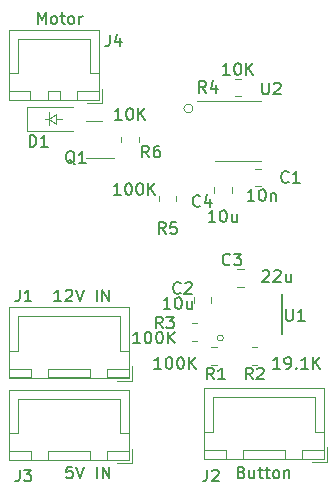
<source format=gbr>
%TF.GenerationSoftware,KiCad,Pcbnew,(6.0.6)*%
%TF.CreationDate,2023-03-16T19:41:57-05:00*%
%TF.ProjectId,Magic_Wand_Timer,4d616769-635f-4576-916e-645f54696d65,rev?*%
%TF.SameCoordinates,Original*%
%TF.FileFunction,Legend,Top*%
%TF.FilePolarity,Positive*%
%FSLAX46Y46*%
G04 Gerber Fmt 4.6, Leading zero omitted, Abs format (unit mm)*
G04 Created by KiCad (PCBNEW (6.0.6)) date 2023-03-16 19:41:57*
%MOMM*%
%LPD*%
G01*
G04 APERTURE LIST*
%ADD10C,0.150000*%
%ADD11C,0.120000*%
%ADD12C,0.100000*%
%ADD13C,0.152400*%
G04 APERTURE END LIST*
D10*
X158432666Y-124293380D02*
X157956476Y-124293380D01*
X157908857Y-124769571D01*
X157956476Y-124721952D01*
X158051714Y-124674333D01*
X158289809Y-124674333D01*
X158385047Y-124721952D01*
X158432666Y-124769571D01*
X158480285Y-124864809D01*
X158480285Y-125102904D01*
X158432666Y-125198142D01*
X158385047Y-125245761D01*
X158289809Y-125293380D01*
X158051714Y-125293380D01*
X157956476Y-125245761D01*
X157908857Y-125198142D01*
X158766000Y-124293380D02*
X159099333Y-125293380D01*
X159432666Y-124293380D01*
X160527904Y-125293380D02*
X160527904Y-124293380D01*
X161004095Y-125293380D02*
X161004095Y-124293380D01*
X161575523Y-125293380D01*
X161575523Y-124293380D01*
X166743142Y-110942380D02*
X166171714Y-110942380D01*
X166457428Y-110942380D02*
X166457428Y-109942380D01*
X166362190Y-110085238D01*
X166266952Y-110180476D01*
X166171714Y-110228095D01*
X167362190Y-109942380D02*
X167457428Y-109942380D01*
X167552666Y-109990000D01*
X167600285Y-110037619D01*
X167647904Y-110132857D01*
X167695523Y-110323333D01*
X167695523Y-110561428D01*
X167647904Y-110751904D01*
X167600285Y-110847142D01*
X167552666Y-110894761D01*
X167457428Y-110942380D01*
X167362190Y-110942380D01*
X167266952Y-110894761D01*
X167219333Y-110847142D01*
X167171714Y-110751904D01*
X167124095Y-110561428D01*
X167124095Y-110323333D01*
X167171714Y-110132857D01*
X167219333Y-110037619D01*
X167266952Y-109990000D01*
X167362190Y-109942380D01*
X168552666Y-110275714D02*
X168552666Y-110942380D01*
X168124095Y-110275714D02*
X168124095Y-110799523D01*
X168171714Y-110894761D01*
X168266952Y-110942380D01*
X168409809Y-110942380D01*
X168505047Y-110894761D01*
X168552666Y-110847142D01*
X155519666Y-86812380D02*
X155519666Y-85812380D01*
X155853000Y-86526666D01*
X156186333Y-85812380D01*
X156186333Y-86812380D01*
X156805380Y-86812380D02*
X156710142Y-86764761D01*
X156662523Y-86717142D01*
X156614904Y-86621904D01*
X156614904Y-86336190D01*
X156662523Y-86240952D01*
X156710142Y-86193333D01*
X156805380Y-86145714D01*
X156948238Y-86145714D01*
X157043476Y-86193333D01*
X157091095Y-86240952D01*
X157138714Y-86336190D01*
X157138714Y-86621904D01*
X157091095Y-86717142D01*
X157043476Y-86764761D01*
X156948238Y-86812380D01*
X156805380Y-86812380D01*
X157424428Y-86145714D02*
X157805380Y-86145714D01*
X157567285Y-85812380D02*
X157567285Y-86669523D01*
X157614904Y-86764761D01*
X157710142Y-86812380D01*
X157805380Y-86812380D01*
X158281571Y-86812380D02*
X158186333Y-86764761D01*
X158138714Y-86717142D01*
X158091095Y-86621904D01*
X158091095Y-86336190D01*
X158138714Y-86240952D01*
X158186333Y-86193333D01*
X158281571Y-86145714D01*
X158424428Y-86145714D01*
X158519666Y-86193333D01*
X158567285Y-86240952D01*
X158614904Y-86336190D01*
X158614904Y-86621904D01*
X158567285Y-86717142D01*
X158519666Y-86764761D01*
X158424428Y-86812380D01*
X158281571Y-86812380D01*
X159043476Y-86812380D02*
X159043476Y-86145714D01*
X159043476Y-86336190D02*
X159091095Y-86240952D01*
X159138714Y-86193333D01*
X159233952Y-86145714D01*
X159329190Y-86145714D01*
X170553142Y-103576380D02*
X169981714Y-103576380D01*
X170267428Y-103576380D02*
X170267428Y-102576380D01*
X170172190Y-102719238D01*
X170076952Y-102814476D01*
X169981714Y-102862095D01*
X171172190Y-102576380D02*
X171267428Y-102576380D01*
X171362666Y-102624000D01*
X171410285Y-102671619D01*
X171457904Y-102766857D01*
X171505523Y-102957333D01*
X171505523Y-103195428D01*
X171457904Y-103385904D01*
X171410285Y-103481142D01*
X171362666Y-103528761D01*
X171267428Y-103576380D01*
X171172190Y-103576380D01*
X171076952Y-103528761D01*
X171029333Y-103481142D01*
X170981714Y-103385904D01*
X170934095Y-103195428D01*
X170934095Y-102957333D01*
X170981714Y-102766857D01*
X171029333Y-102671619D01*
X171076952Y-102624000D01*
X171172190Y-102576380D01*
X172362666Y-102909714D02*
X172362666Y-103576380D01*
X171934095Y-102909714D02*
X171934095Y-103433523D01*
X171981714Y-103528761D01*
X172076952Y-103576380D01*
X172219809Y-103576380D01*
X172315047Y-103528761D01*
X172362666Y-103481142D01*
X173855142Y-101798380D02*
X173283714Y-101798380D01*
X173569428Y-101798380D02*
X173569428Y-100798380D01*
X173474190Y-100941238D01*
X173378952Y-101036476D01*
X173283714Y-101084095D01*
X174474190Y-100798380D02*
X174569428Y-100798380D01*
X174664666Y-100846000D01*
X174712285Y-100893619D01*
X174759904Y-100988857D01*
X174807523Y-101179333D01*
X174807523Y-101417428D01*
X174759904Y-101607904D01*
X174712285Y-101703142D01*
X174664666Y-101750761D01*
X174569428Y-101798380D01*
X174474190Y-101798380D01*
X174378952Y-101750761D01*
X174331333Y-101703142D01*
X174283714Y-101607904D01*
X174236095Y-101417428D01*
X174236095Y-101179333D01*
X174283714Y-100988857D01*
X174331333Y-100893619D01*
X174378952Y-100846000D01*
X174474190Y-100798380D01*
X175236095Y-101131714D02*
X175236095Y-101798380D01*
X175236095Y-101226952D02*
X175283714Y-101179333D01*
X175378952Y-101131714D01*
X175521809Y-101131714D01*
X175617047Y-101179333D01*
X175664666Y-101274571D01*
X175664666Y-101798380D01*
X174553714Y-107751619D02*
X174601333Y-107704000D01*
X174696571Y-107656380D01*
X174934666Y-107656380D01*
X175029904Y-107704000D01*
X175077523Y-107751619D01*
X175125142Y-107846857D01*
X175125142Y-107942095D01*
X175077523Y-108084952D01*
X174506095Y-108656380D01*
X175125142Y-108656380D01*
X175506095Y-107751619D02*
X175553714Y-107704000D01*
X175648952Y-107656380D01*
X175887047Y-107656380D01*
X175982285Y-107704000D01*
X176029904Y-107751619D01*
X176077523Y-107846857D01*
X176077523Y-107942095D01*
X176029904Y-108084952D01*
X175458476Y-108656380D01*
X176077523Y-108656380D01*
X176934666Y-107989714D02*
X176934666Y-108656380D01*
X176506095Y-107989714D02*
X176506095Y-108513523D01*
X176553714Y-108608761D01*
X176648952Y-108656380D01*
X176791809Y-108656380D01*
X176887047Y-108608761D01*
X176934666Y-108561142D01*
X164187333Y-113863380D02*
X163615904Y-113863380D01*
X163901619Y-113863380D02*
X163901619Y-112863380D01*
X163806380Y-113006238D01*
X163711142Y-113101476D01*
X163615904Y-113149095D01*
X164806380Y-112863380D02*
X164901619Y-112863380D01*
X164996857Y-112911000D01*
X165044476Y-112958619D01*
X165092095Y-113053857D01*
X165139714Y-113244333D01*
X165139714Y-113482428D01*
X165092095Y-113672904D01*
X165044476Y-113768142D01*
X164996857Y-113815761D01*
X164901619Y-113863380D01*
X164806380Y-113863380D01*
X164711142Y-113815761D01*
X164663523Y-113768142D01*
X164615904Y-113672904D01*
X164568285Y-113482428D01*
X164568285Y-113244333D01*
X164615904Y-113053857D01*
X164663523Y-112958619D01*
X164711142Y-112911000D01*
X164806380Y-112863380D01*
X165758761Y-112863380D02*
X165854000Y-112863380D01*
X165949238Y-112911000D01*
X165996857Y-112958619D01*
X166044476Y-113053857D01*
X166092095Y-113244333D01*
X166092095Y-113482428D01*
X166044476Y-113672904D01*
X165996857Y-113768142D01*
X165949238Y-113815761D01*
X165854000Y-113863380D01*
X165758761Y-113863380D01*
X165663523Y-113815761D01*
X165615904Y-113768142D01*
X165568285Y-113672904D01*
X165520666Y-113482428D01*
X165520666Y-113244333D01*
X165568285Y-113053857D01*
X165615904Y-112958619D01*
X165663523Y-112911000D01*
X165758761Y-112863380D01*
X166520666Y-113863380D02*
X166520666Y-112863380D01*
X167092095Y-113863380D02*
X166663523Y-113291952D01*
X167092095Y-112863380D02*
X166520666Y-113434809D01*
X162536333Y-101290380D02*
X161964904Y-101290380D01*
X162250619Y-101290380D02*
X162250619Y-100290380D01*
X162155380Y-100433238D01*
X162060142Y-100528476D01*
X161964904Y-100576095D01*
X163155380Y-100290380D02*
X163250619Y-100290380D01*
X163345857Y-100338000D01*
X163393476Y-100385619D01*
X163441095Y-100480857D01*
X163488714Y-100671333D01*
X163488714Y-100909428D01*
X163441095Y-101099904D01*
X163393476Y-101195142D01*
X163345857Y-101242761D01*
X163250619Y-101290380D01*
X163155380Y-101290380D01*
X163060142Y-101242761D01*
X163012523Y-101195142D01*
X162964904Y-101099904D01*
X162917285Y-100909428D01*
X162917285Y-100671333D01*
X162964904Y-100480857D01*
X163012523Y-100385619D01*
X163060142Y-100338000D01*
X163155380Y-100290380D01*
X164107761Y-100290380D02*
X164203000Y-100290380D01*
X164298238Y-100338000D01*
X164345857Y-100385619D01*
X164393476Y-100480857D01*
X164441095Y-100671333D01*
X164441095Y-100909428D01*
X164393476Y-101099904D01*
X164345857Y-101195142D01*
X164298238Y-101242761D01*
X164203000Y-101290380D01*
X164107761Y-101290380D01*
X164012523Y-101242761D01*
X163964904Y-101195142D01*
X163917285Y-101099904D01*
X163869666Y-100909428D01*
X163869666Y-100671333D01*
X163917285Y-100480857D01*
X163964904Y-100385619D01*
X164012523Y-100338000D01*
X164107761Y-100290380D01*
X164869666Y-101290380D02*
X164869666Y-100290380D01*
X165441095Y-101290380D02*
X165012523Y-100718952D01*
X165441095Y-100290380D02*
X164869666Y-100861809D01*
X162631523Y-94940380D02*
X162060095Y-94940380D01*
X162345809Y-94940380D02*
X162345809Y-93940380D01*
X162250571Y-94083238D01*
X162155333Y-94178476D01*
X162060095Y-94226095D01*
X163250571Y-93940380D02*
X163345809Y-93940380D01*
X163441047Y-93988000D01*
X163488666Y-94035619D01*
X163536285Y-94130857D01*
X163583904Y-94321333D01*
X163583904Y-94559428D01*
X163536285Y-94749904D01*
X163488666Y-94845142D01*
X163441047Y-94892761D01*
X163345809Y-94940380D01*
X163250571Y-94940380D01*
X163155333Y-94892761D01*
X163107714Y-94845142D01*
X163060095Y-94749904D01*
X163012476Y-94559428D01*
X163012476Y-94321333D01*
X163060095Y-94130857D01*
X163107714Y-94035619D01*
X163155333Y-93988000D01*
X163250571Y-93940380D01*
X164012476Y-94940380D02*
X164012476Y-93940380D01*
X164583904Y-94940380D02*
X164155333Y-94368952D01*
X164583904Y-93940380D02*
X164012476Y-94511809D01*
X157496095Y-110307380D02*
X156924666Y-110307380D01*
X157210380Y-110307380D02*
X157210380Y-109307380D01*
X157115142Y-109450238D01*
X157019904Y-109545476D01*
X156924666Y-109593095D01*
X157877047Y-109402619D02*
X157924666Y-109355000D01*
X158019904Y-109307380D01*
X158258000Y-109307380D01*
X158353238Y-109355000D01*
X158400857Y-109402619D01*
X158448476Y-109497857D01*
X158448476Y-109593095D01*
X158400857Y-109735952D01*
X157829428Y-110307380D01*
X158448476Y-110307380D01*
X158734190Y-109307380D02*
X159067523Y-110307380D01*
X159400857Y-109307380D01*
X160496095Y-110307380D02*
X160496095Y-109307380D01*
X160972285Y-110307380D02*
X160972285Y-109307380D01*
X161543714Y-110307380D01*
X161543714Y-109307380D01*
X172767857Y-124769571D02*
X172910714Y-124817190D01*
X172958333Y-124864809D01*
X173005952Y-124960047D01*
X173005952Y-125102904D01*
X172958333Y-125198142D01*
X172910714Y-125245761D01*
X172815476Y-125293380D01*
X172434523Y-125293380D01*
X172434523Y-124293380D01*
X172767857Y-124293380D01*
X172863095Y-124341000D01*
X172910714Y-124388619D01*
X172958333Y-124483857D01*
X172958333Y-124579095D01*
X172910714Y-124674333D01*
X172863095Y-124721952D01*
X172767857Y-124769571D01*
X172434523Y-124769571D01*
X173863095Y-124626714D02*
X173863095Y-125293380D01*
X173434523Y-124626714D02*
X173434523Y-125150523D01*
X173482142Y-125245761D01*
X173577380Y-125293380D01*
X173720238Y-125293380D01*
X173815476Y-125245761D01*
X173863095Y-125198142D01*
X174196428Y-124626714D02*
X174577380Y-124626714D01*
X174339285Y-124293380D02*
X174339285Y-125150523D01*
X174386904Y-125245761D01*
X174482142Y-125293380D01*
X174577380Y-125293380D01*
X174767857Y-124626714D02*
X175148809Y-124626714D01*
X174910714Y-124293380D02*
X174910714Y-125150523D01*
X174958333Y-125245761D01*
X175053571Y-125293380D01*
X175148809Y-125293380D01*
X175625000Y-125293380D02*
X175529761Y-125245761D01*
X175482142Y-125198142D01*
X175434523Y-125102904D01*
X175434523Y-124817190D01*
X175482142Y-124721952D01*
X175529761Y-124674333D01*
X175625000Y-124626714D01*
X175767857Y-124626714D01*
X175863095Y-124674333D01*
X175910714Y-124721952D01*
X175958333Y-124817190D01*
X175958333Y-125102904D01*
X175910714Y-125198142D01*
X175863095Y-125245761D01*
X175767857Y-125293380D01*
X175625000Y-125293380D01*
X176386904Y-124626714D02*
X176386904Y-125293380D01*
X176386904Y-124721952D02*
X176434523Y-124674333D01*
X176529761Y-124626714D01*
X176672619Y-124626714D01*
X176767857Y-124674333D01*
X176815476Y-124769571D01*
X176815476Y-125293380D01*
X176014238Y-116022380D02*
X175442809Y-116022380D01*
X175728523Y-116022380D02*
X175728523Y-115022380D01*
X175633285Y-115165238D01*
X175538047Y-115260476D01*
X175442809Y-115308095D01*
X176490428Y-116022380D02*
X176680904Y-116022380D01*
X176776142Y-115974761D01*
X176823761Y-115927142D01*
X176919000Y-115784285D01*
X176966619Y-115593809D01*
X176966619Y-115212857D01*
X176919000Y-115117619D01*
X176871380Y-115070000D01*
X176776142Y-115022380D01*
X176585666Y-115022380D01*
X176490428Y-115070000D01*
X176442809Y-115117619D01*
X176395190Y-115212857D01*
X176395190Y-115450952D01*
X176442809Y-115546190D01*
X176490428Y-115593809D01*
X176585666Y-115641428D01*
X176776142Y-115641428D01*
X176871380Y-115593809D01*
X176919000Y-115546190D01*
X176966619Y-115450952D01*
X177395190Y-115927142D02*
X177442809Y-115974761D01*
X177395190Y-116022380D01*
X177347571Y-115974761D01*
X177395190Y-115927142D01*
X177395190Y-116022380D01*
X178395190Y-116022380D02*
X177823761Y-116022380D01*
X178109476Y-116022380D02*
X178109476Y-115022380D01*
X178014238Y-115165238D01*
X177919000Y-115260476D01*
X177823761Y-115308095D01*
X178823761Y-116022380D02*
X178823761Y-115022380D01*
X179395190Y-116022380D02*
X178966619Y-115450952D01*
X179395190Y-115022380D02*
X178823761Y-115593809D01*
X171775523Y-91130380D02*
X171204095Y-91130380D01*
X171489809Y-91130380D02*
X171489809Y-90130380D01*
X171394571Y-90273238D01*
X171299333Y-90368476D01*
X171204095Y-90416095D01*
X172394571Y-90130380D02*
X172489809Y-90130380D01*
X172585047Y-90178000D01*
X172632666Y-90225619D01*
X172680285Y-90320857D01*
X172727904Y-90511333D01*
X172727904Y-90749428D01*
X172680285Y-90939904D01*
X172632666Y-91035142D01*
X172585047Y-91082761D01*
X172489809Y-91130380D01*
X172394571Y-91130380D01*
X172299333Y-91082761D01*
X172251714Y-91035142D01*
X172204095Y-90939904D01*
X172156476Y-90749428D01*
X172156476Y-90511333D01*
X172204095Y-90320857D01*
X172251714Y-90225619D01*
X172299333Y-90178000D01*
X172394571Y-90130380D01*
X173156476Y-91130380D02*
X173156476Y-90130380D01*
X173727904Y-91130380D02*
X173299333Y-90558952D01*
X173727904Y-90130380D02*
X173156476Y-90701809D01*
X165965333Y-116022380D02*
X165393904Y-116022380D01*
X165679619Y-116022380D02*
X165679619Y-115022380D01*
X165584380Y-115165238D01*
X165489142Y-115260476D01*
X165393904Y-115308095D01*
X166584380Y-115022380D02*
X166679619Y-115022380D01*
X166774857Y-115070000D01*
X166822476Y-115117619D01*
X166870095Y-115212857D01*
X166917714Y-115403333D01*
X166917714Y-115641428D01*
X166870095Y-115831904D01*
X166822476Y-115927142D01*
X166774857Y-115974761D01*
X166679619Y-116022380D01*
X166584380Y-116022380D01*
X166489142Y-115974761D01*
X166441523Y-115927142D01*
X166393904Y-115831904D01*
X166346285Y-115641428D01*
X166346285Y-115403333D01*
X166393904Y-115212857D01*
X166441523Y-115117619D01*
X166489142Y-115070000D01*
X166584380Y-115022380D01*
X167536761Y-115022380D02*
X167632000Y-115022380D01*
X167727238Y-115070000D01*
X167774857Y-115117619D01*
X167822476Y-115212857D01*
X167870095Y-115403333D01*
X167870095Y-115641428D01*
X167822476Y-115831904D01*
X167774857Y-115927142D01*
X167727238Y-115974761D01*
X167632000Y-116022380D01*
X167536761Y-116022380D01*
X167441523Y-115974761D01*
X167393904Y-115927142D01*
X167346285Y-115831904D01*
X167298666Y-115641428D01*
X167298666Y-115403333D01*
X167346285Y-115212857D01*
X167393904Y-115117619D01*
X167441523Y-115070000D01*
X167536761Y-115022380D01*
X168298666Y-116022380D02*
X168298666Y-115022380D01*
X168870095Y-116022380D02*
X168441523Y-115450952D01*
X168870095Y-115022380D02*
X168298666Y-115593809D01*
%TO.C,J2*%
X169846666Y-124547380D02*
X169846666Y-125261666D01*
X169799047Y-125404523D01*
X169703809Y-125499761D01*
X169560952Y-125547380D01*
X169465714Y-125547380D01*
X170275238Y-124642619D02*
X170322857Y-124595000D01*
X170418095Y-124547380D01*
X170656190Y-124547380D01*
X170751428Y-124595000D01*
X170799047Y-124642619D01*
X170846666Y-124737857D01*
X170846666Y-124833095D01*
X170799047Y-124975952D01*
X170227619Y-125547380D01*
X170846666Y-125547380D01*
%TO.C,C4*%
X169251333Y-102211142D02*
X169203714Y-102258761D01*
X169060857Y-102306380D01*
X168965619Y-102306380D01*
X168822761Y-102258761D01*
X168727523Y-102163523D01*
X168679904Y-102068285D01*
X168632285Y-101877809D01*
X168632285Y-101734952D01*
X168679904Y-101544476D01*
X168727523Y-101449238D01*
X168822761Y-101354000D01*
X168965619Y-101306380D01*
X169060857Y-101306380D01*
X169203714Y-101354000D01*
X169251333Y-101401619D01*
X170108476Y-101639714D02*
X170108476Y-102306380D01*
X169870380Y-101258761D02*
X169632285Y-101973047D01*
X170251333Y-101973047D01*
%TO.C,Q1*%
X158654761Y-98694119D02*
X158559523Y-98646500D01*
X158464285Y-98551261D01*
X158321428Y-98408404D01*
X158226190Y-98360785D01*
X158130952Y-98360785D01*
X158178571Y-98598880D02*
X158083333Y-98551261D01*
X157988095Y-98456023D01*
X157940476Y-98265547D01*
X157940476Y-97932214D01*
X157988095Y-97741738D01*
X158083333Y-97646500D01*
X158178571Y-97598880D01*
X158369047Y-97598880D01*
X158464285Y-97646500D01*
X158559523Y-97741738D01*
X158607142Y-97932214D01*
X158607142Y-98265547D01*
X158559523Y-98456023D01*
X158464285Y-98551261D01*
X158369047Y-98598880D01*
X158178571Y-98598880D01*
X159559523Y-98598880D02*
X158988095Y-98598880D01*
X159273809Y-98598880D02*
X159273809Y-97598880D01*
X159178571Y-97741738D01*
X159083333Y-97836976D01*
X158988095Y-97884595D01*
%TO.C,J3*%
X153971666Y-124547380D02*
X153971666Y-125261666D01*
X153924047Y-125404523D01*
X153828809Y-125499761D01*
X153685952Y-125547380D01*
X153590714Y-125547380D01*
X154352619Y-124547380D02*
X154971666Y-124547380D01*
X154638333Y-124928333D01*
X154781190Y-124928333D01*
X154876428Y-124975952D01*
X154924047Y-125023571D01*
X154971666Y-125118809D01*
X154971666Y-125356904D01*
X154924047Y-125452142D01*
X154876428Y-125499761D01*
X154781190Y-125547380D01*
X154495476Y-125547380D01*
X154400238Y-125499761D01*
X154352619Y-125452142D01*
%TO.C,R5*%
X166330333Y-104592380D02*
X165997000Y-104116190D01*
X165758904Y-104592380D02*
X165758904Y-103592380D01*
X166139857Y-103592380D01*
X166235095Y-103640000D01*
X166282714Y-103687619D01*
X166330333Y-103782857D01*
X166330333Y-103925714D01*
X166282714Y-104020952D01*
X166235095Y-104068571D01*
X166139857Y-104116190D01*
X165758904Y-104116190D01*
X167235095Y-103592380D02*
X166758904Y-103592380D01*
X166711285Y-104068571D01*
X166758904Y-104020952D01*
X166854142Y-103973333D01*
X167092238Y-103973333D01*
X167187476Y-104020952D01*
X167235095Y-104068571D01*
X167282714Y-104163809D01*
X167282714Y-104401904D01*
X167235095Y-104497142D01*
X167187476Y-104544761D01*
X167092238Y-104592380D01*
X166854142Y-104592380D01*
X166758904Y-104544761D01*
X166711285Y-104497142D01*
%TO.C,R2*%
X173696333Y-116911380D02*
X173363000Y-116435190D01*
X173124904Y-116911380D02*
X173124904Y-115911380D01*
X173505857Y-115911380D01*
X173601095Y-115959000D01*
X173648714Y-116006619D01*
X173696333Y-116101857D01*
X173696333Y-116244714D01*
X173648714Y-116339952D01*
X173601095Y-116387571D01*
X173505857Y-116435190D01*
X173124904Y-116435190D01*
X174077285Y-116006619D02*
X174124904Y-115959000D01*
X174220142Y-115911380D01*
X174458238Y-115911380D01*
X174553476Y-115959000D01*
X174601095Y-116006619D01*
X174648714Y-116101857D01*
X174648714Y-116197095D01*
X174601095Y-116339952D01*
X174029666Y-116911380D01*
X174648714Y-116911380D01*
%TO.C,D1*%
X154835904Y-97226380D02*
X154835904Y-96226380D01*
X155074000Y-96226380D01*
X155216857Y-96274000D01*
X155312095Y-96369238D01*
X155359714Y-96464476D01*
X155407333Y-96654952D01*
X155407333Y-96797809D01*
X155359714Y-96988285D01*
X155312095Y-97083523D01*
X155216857Y-97178761D01*
X155074000Y-97226380D01*
X154835904Y-97226380D01*
X156359714Y-97226380D02*
X155788285Y-97226380D01*
X156074000Y-97226380D02*
X156074000Y-96226380D01*
X155978761Y-96369238D01*
X155883523Y-96464476D01*
X155788285Y-96512095D01*
%TO.C,R6*%
X164933333Y-98115380D02*
X164600000Y-97639190D01*
X164361904Y-98115380D02*
X164361904Y-97115380D01*
X164742857Y-97115380D01*
X164838095Y-97163000D01*
X164885714Y-97210619D01*
X164933333Y-97305857D01*
X164933333Y-97448714D01*
X164885714Y-97543952D01*
X164838095Y-97591571D01*
X164742857Y-97639190D01*
X164361904Y-97639190D01*
X165790476Y-97115380D02*
X165600000Y-97115380D01*
X165504761Y-97163000D01*
X165457142Y-97210619D01*
X165361904Y-97353476D01*
X165314285Y-97543952D01*
X165314285Y-97924904D01*
X165361904Y-98020142D01*
X165409523Y-98067761D01*
X165504761Y-98115380D01*
X165695238Y-98115380D01*
X165790476Y-98067761D01*
X165838095Y-98020142D01*
X165885714Y-97924904D01*
X165885714Y-97686809D01*
X165838095Y-97591571D01*
X165790476Y-97543952D01*
X165695238Y-97496333D01*
X165504761Y-97496333D01*
X165409523Y-97543952D01*
X165361904Y-97591571D01*
X165314285Y-97686809D01*
%TO.C,J1*%
X153971666Y-109307380D02*
X153971666Y-110021666D01*
X153924047Y-110164523D01*
X153828809Y-110259761D01*
X153685952Y-110307380D01*
X153590714Y-110307380D01*
X154971666Y-110307380D02*
X154400238Y-110307380D01*
X154685952Y-110307380D02*
X154685952Y-109307380D01*
X154590714Y-109450238D01*
X154495476Y-109545476D01*
X154400238Y-109593095D01*
%TO.C,J4*%
X161591666Y-87717380D02*
X161591666Y-88431666D01*
X161544047Y-88574523D01*
X161448809Y-88669761D01*
X161305952Y-88717380D01*
X161210714Y-88717380D01*
X162496428Y-88050714D02*
X162496428Y-88717380D01*
X162258333Y-87669761D02*
X162020238Y-88384047D01*
X162639285Y-88384047D01*
%TO.C,C3*%
X171791333Y-107164142D02*
X171743714Y-107211761D01*
X171600857Y-107259380D01*
X171505619Y-107259380D01*
X171362761Y-107211761D01*
X171267523Y-107116523D01*
X171219904Y-107021285D01*
X171172285Y-106830809D01*
X171172285Y-106687952D01*
X171219904Y-106497476D01*
X171267523Y-106402238D01*
X171362761Y-106307000D01*
X171505619Y-106259380D01*
X171600857Y-106259380D01*
X171743714Y-106307000D01*
X171791333Y-106354619D01*
X172124666Y-106259380D02*
X172743714Y-106259380D01*
X172410380Y-106640333D01*
X172553238Y-106640333D01*
X172648476Y-106687952D01*
X172696095Y-106735571D01*
X172743714Y-106830809D01*
X172743714Y-107068904D01*
X172696095Y-107164142D01*
X172648476Y-107211761D01*
X172553238Y-107259380D01*
X172267523Y-107259380D01*
X172172285Y-107211761D01*
X172124666Y-107164142D01*
%TO.C,U1*%
X176530095Y-110958380D02*
X176530095Y-111767904D01*
X176577714Y-111863142D01*
X176625333Y-111910761D01*
X176720571Y-111958380D01*
X176911047Y-111958380D01*
X177006285Y-111910761D01*
X177053904Y-111863142D01*
X177101523Y-111767904D01*
X177101523Y-110958380D01*
X178101523Y-111958380D02*
X177530095Y-111958380D01*
X177815809Y-111958380D02*
X177815809Y-110958380D01*
X177720571Y-111101238D01*
X177625333Y-111196476D01*
X177530095Y-111244095D01*
%TO.C,C1*%
X176744333Y-100179142D02*
X176696714Y-100226761D01*
X176553857Y-100274380D01*
X176458619Y-100274380D01*
X176315761Y-100226761D01*
X176220523Y-100131523D01*
X176172904Y-100036285D01*
X176125285Y-99845809D01*
X176125285Y-99702952D01*
X176172904Y-99512476D01*
X176220523Y-99417238D01*
X176315761Y-99322000D01*
X176458619Y-99274380D01*
X176553857Y-99274380D01*
X176696714Y-99322000D01*
X176744333Y-99369619D01*
X177696714Y-100274380D02*
X177125285Y-100274380D01*
X177411000Y-100274380D02*
X177411000Y-99274380D01*
X177315761Y-99417238D01*
X177220523Y-99512476D01*
X177125285Y-99560095D01*
%TO.C,U2*%
X174498095Y-91781380D02*
X174498095Y-92590904D01*
X174545714Y-92686142D01*
X174593333Y-92733761D01*
X174688571Y-92781380D01*
X174879047Y-92781380D01*
X174974285Y-92733761D01*
X175021904Y-92686142D01*
X175069523Y-92590904D01*
X175069523Y-91781380D01*
X175498095Y-91876619D02*
X175545714Y-91829000D01*
X175640952Y-91781380D01*
X175879047Y-91781380D01*
X175974285Y-91829000D01*
X176021904Y-91876619D01*
X176069523Y-91971857D01*
X176069523Y-92067095D01*
X176021904Y-92209952D01*
X175450476Y-92781380D01*
X176069523Y-92781380D01*
%TO.C,R3*%
X166076333Y-112593380D02*
X165743000Y-112117190D01*
X165504904Y-112593380D02*
X165504904Y-111593380D01*
X165885857Y-111593380D01*
X165981095Y-111641000D01*
X166028714Y-111688619D01*
X166076333Y-111783857D01*
X166076333Y-111926714D01*
X166028714Y-112021952D01*
X165981095Y-112069571D01*
X165885857Y-112117190D01*
X165504904Y-112117190D01*
X166409666Y-111593380D02*
X167028714Y-111593380D01*
X166695380Y-111974333D01*
X166838238Y-111974333D01*
X166933476Y-112021952D01*
X166981095Y-112069571D01*
X167028714Y-112164809D01*
X167028714Y-112402904D01*
X166981095Y-112498142D01*
X166933476Y-112545761D01*
X166838238Y-112593380D01*
X166552523Y-112593380D01*
X166457285Y-112545761D01*
X166409666Y-112498142D01*
%TO.C,R1*%
X170417833Y-116911380D02*
X170084500Y-116435190D01*
X169846404Y-116911380D02*
X169846404Y-115911380D01*
X170227357Y-115911380D01*
X170322595Y-115959000D01*
X170370214Y-116006619D01*
X170417833Y-116101857D01*
X170417833Y-116244714D01*
X170370214Y-116339952D01*
X170322595Y-116387571D01*
X170227357Y-116435190D01*
X169846404Y-116435190D01*
X171370214Y-116911380D02*
X170798785Y-116911380D01*
X171084500Y-116911380D02*
X171084500Y-115911380D01*
X170989261Y-116054238D01*
X170894023Y-116149476D01*
X170798785Y-116197095D01*
%TO.C,R4*%
X169759333Y-92654380D02*
X169426000Y-92178190D01*
X169187904Y-92654380D02*
X169187904Y-91654380D01*
X169568857Y-91654380D01*
X169664095Y-91702000D01*
X169711714Y-91749619D01*
X169759333Y-91844857D01*
X169759333Y-91987714D01*
X169711714Y-92082952D01*
X169664095Y-92130571D01*
X169568857Y-92178190D01*
X169187904Y-92178190D01*
X170616476Y-91987714D02*
X170616476Y-92654380D01*
X170378380Y-91606761D02*
X170140285Y-92321047D01*
X170759333Y-92321047D01*
%TO.C,C2*%
X167600333Y-109577142D02*
X167552714Y-109624761D01*
X167409857Y-109672380D01*
X167314619Y-109672380D01*
X167171761Y-109624761D01*
X167076523Y-109529523D01*
X167028904Y-109434285D01*
X166981285Y-109243809D01*
X166981285Y-109100952D01*
X167028904Y-108910476D01*
X167076523Y-108815238D01*
X167171761Y-108720000D01*
X167314619Y-108672380D01*
X167409857Y-108672380D01*
X167552714Y-108720000D01*
X167600333Y-108767619D01*
X167981285Y-108767619D02*
X168028904Y-108720000D01*
X168124142Y-108672380D01*
X168362238Y-108672380D01*
X168457476Y-108720000D01*
X168505095Y-108767619D01*
X168552714Y-108862857D01*
X168552714Y-108958095D01*
X168505095Y-109100952D01*
X167933666Y-109672380D01*
X168552714Y-109672380D01*
D11*
%TO.C,J2*%
X169605000Y-123635000D02*
X179725000Y-123635000D01*
X171415000Y-122875000D02*
X169615000Y-122875000D01*
X180015000Y-123925000D02*
X180015000Y-122675000D01*
X178965000Y-118425000D02*
X174665000Y-118425000D01*
X169605000Y-117665000D02*
X169605000Y-123635000D01*
X172915000Y-123625000D02*
X176415000Y-123625000D01*
X169615000Y-123625000D02*
X171415000Y-123625000D01*
X179725000Y-123635000D02*
X179725000Y-117665000D01*
X170365000Y-118425000D02*
X174665000Y-118425000D01*
X177915000Y-122875000D02*
X177915000Y-123625000D01*
X178965000Y-121375000D02*
X178965000Y-118425000D01*
X179715000Y-121375000D02*
X178965000Y-121375000D01*
X170365000Y-121375000D02*
X170365000Y-118425000D01*
X171415000Y-123625000D02*
X171415000Y-122875000D01*
X172915000Y-122875000D02*
X172915000Y-123625000D01*
X176415000Y-123625000D02*
X176415000Y-122875000D01*
X169615000Y-122875000D02*
X169615000Y-123625000D01*
X177915000Y-123625000D02*
X179715000Y-123625000D01*
X179715000Y-122875000D02*
X177915000Y-122875000D01*
X176415000Y-122875000D02*
X172915000Y-122875000D01*
X178765000Y-123925000D02*
X180015000Y-123925000D01*
X179715000Y-123625000D02*
X179715000Y-122875000D01*
X169615000Y-121375000D02*
X170365000Y-121375000D01*
X179725000Y-117665000D02*
X169605000Y-117665000D01*
%TO.C,C4*%
X170461000Y-100637748D02*
X170461000Y-101160252D01*
X171931000Y-100637748D02*
X171931000Y-101160252D01*
%TO.C,Q1*%
X160274000Y-98159000D02*
X159624000Y-98159000D01*
X160274000Y-98159000D02*
X161949000Y-98159000D01*
X160274000Y-95039000D02*
X159624000Y-95039000D01*
X160274000Y-95039000D02*
X160924000Y-95039000D01*
%TO.C,J3*%
X156405000Y-123735000D02*
X159905000Y-123735000D01*
X153105000Y-123735000D02*
X154905000Y-123735000D01*
X163205000Y-123735000D02*
X163205000Y-122985000D01*
X163205000Y-122985000D02*
X161405000Y-122985000D01*
X153105000Y-122985000D02*
X153105000Y-123735000D01*
X162455000Y-121485000D02*
X162455000Y-118535000D01*
X163215000Y-117775000D02*
X153095000Y-117775000D01*
X156405000Y-122985000D02*
X156405000Y-123735000D01*
X161405000Y-123735000D02*
X163205000Y-123735000D01*
X162255000Y-124035000D02*
X163505000Y-124035000D01*
X159905000Y-123735000D02*
X159905000Y-122985000D01*
X163505000Y-124035000D02*
X163505000Y-122785000D01*
X163215000Y-123745000D02*
X163215000Y-117775000D01*
X153105000Y-121485000D02*
X153855000Y-121485000D01*
X154905000Y-123735000D02*
X154905000Y-122985000D01*
X162455000Y-118535000D02*
X158155000Y-118535000D01*
X153095000Y-117775000D02*
X153095000Y-123745000D01*
X153855000Y-121485000D02*
X153855000Y-118535000D01*
X154905000Y-122985000D02*
X153105000Y-122985000D01*
X159905000Y-122985000D02*
X156405000Y-122985000D01*
X163205000Y-121485000D02*
X162455000Y-121485000D01*
X153855000Y-118535000D02*
X158155000Y-118535000D01*
X153095000Y-123745000D02*
X163215000Y-123745000D01*
X161405000Y-122985000D02*
X161405000Y-123735000D01*
%TO.C,R5*%
X167232000Y-101396436D02*
X167232000Y-101850564D01*
X165762000Y-101396436D02*
X165762000Y-101850564D01*
%TO.C,R2*%
X173635936Y-114200000D02*
X174090064Y-114200000D01*
X173635936Y-115670000D02*
X174090064Y-115670000D01*
D12*
%TO.C,D1*%
X156498999Y-94869000D02*
X156498999Y-95419000D01*
D11*
X154595000Y-93869000D02*
X154595000Y-95869000D01*
D12*
X156498999Y-94869000D02*
X156498999Y-94319000D01*
D11*
X154595000Y-93869000D02*
X158495000Y-93869000D01*
D12*
X156098999Y-94869000D02*
X156498999Y-94869000D01*
X156498999Y-94869000D02*
X157099000Y-94469000D01*
X157099000Y-94469000D02*
X157099000Y-95269000D01*
X157099000Y-94869000D02*
X157598999Y-94869000D01*
D11*
X154595000Y-95869000D02*
X158495000Y-95869000D01*
D12*
X157099000Y-95269000D02*
X156498999Y-94869000D01*
D11*
%TO.C,R6*%
X164057000Y-96849564D02*
X164057000Y-96395436D01*
X162587000Y-96849564D02*
X162587000Y-96395436D01*
%TO.C,J1*%
X161405000Y-116000000D02*
X161405000Y-116750000D01*
X153105000Y-116000000D02*
X153105000Y-116750000D01*
X153105000Y-114500000D02*
X153855000Y-114500000D01*
X153105000Y-116750000D02*
X154905000Y-116750000D01*
X163215000Y-116760000D02*
X163215000Y-110790000D01*
X163205000Y-116750000D02*
X163205000Y-116000000D01*
X156405000Y-116750000D02*
X159905000Y-116750000D01*
X163205000Y-114500000D02*
X162455000Y-114500000D01*
X163205000Y-116000000D02*
X161405000Y-116000000D01*
X162255000Y-117050000D02*
X163505000Y-117050000D01*
X163505000Y-117050000D02*
X163505000Y-115800000D01*
X161405000Y-116750000D02*
X163205000Y-116750000D01*
X153855000Y-114500000D02*
X153855000Y-111550000D01*
X153095000Y-110790000D02*
X153095000Y-116760000D01*
X159905000Y-116750000D02*
X159905000Y-116000000D01*
X154905000Y-116750000D02*
X154905000Y-116000000D01*
X156405000Y-116000000D02*
X156405000Y-116750000D01*
X153855000Y-111550000D02*
X158155000Y-111550000D01*
X154905000Y-116000000D02*
X153105000Y-116000000D01*
X162455000Y-114500000D02*
X162455000Y-111550000D01*
X163215000Y-110790000D02*
X153095000Y-110790000D01*
X159905000Y-116000000D02*
X156405000Y-116000000D01*
X162455000Y-111550000D02*
X158155000Y-111550000D01*
X153095000Y-116760000D02*
X163215000Y-116760000D01*
%TO.C,J4*%
X153815000Y-88055000D02*
X156865000Y-88055000D01*
X157365000Y-92505000D02*
X156365000Y-92505000D01*
X153065000Y-93255000D02*
X154865000Y-93255000D01*
X159715000Y-93555000D02*
X160965000Y-93555000D01*
X159915000Y-91005000D02*
X159915000Y-88055000D01*
X153065000Y-91005000D02*
X153815000Y-91005000D01*
X158865000Y-92505000D02*
X158865000Y-93255000D01*
X153065000Y-92505000D02*
X153065000Y-93255000D01*
X159915000Y-88055000D02*
X156865000Y-88055000D01*
X160665000Y-93255000D02*
X160665000Y-92505000D01*
X153815000Y-91005000D02*
X153815000Y-88055000D01*
X157365000Y-93255000D02*
X157365000Y-92505000D01*
X154865000Y-92505000D02*
X153065000Y-92505000D01*
X160675000Y-93265000D02*
X160675000Y-87295000D01*
X153055000Y-87295000D02*
X153055000Y-93265000D01*
X156365000Y-93255000D02*
X157365000Y-93255000D01*
X153055000Y-93265000D02*
X160675000Y-93265000D01*
X158865000Y-93255000D02*
X160665000Y-93255000D01*
X160665000Y-92505000D02*
X158865000Y-92505000D01*
X160965000Y-93555000D02*
X160965000Y-92305000D01*
X160665000Y-91005000D02*
X159915000Y-91005000D01*
X156365000Y-92505000D02*
X156365000Y-93255000D01*
X154865000Y-93255000D02*
X154865000Y-92505000D01*
X160675000Y-87295000D02*
X153055000Y-87295000D01*
%TO.C,C3*%
X172943752Y-107596000D02*
X172421248Y-107596000D01*
X172943752Y-109066000D02*
X172421248Y-109066000D01*
D13*
%TO.C,U1*%
X176185195Y-109702600D02*
X176185195Y-113055400D01*
D11*
X171219495Y-113411000D02*
G75*
G03*
X171219495Y-113411000I-254000J0D01*
G01*
%TO.C,C1*%
X173921748Y-100557000D02*
X174444252Y-100557000D01*
X173921748Y-99087000D02*
X174444252Y-99087000D01*
%TO.C,U2*%
X172466000Y-98445000D02*
X170516000Y-98445000D01*
X172466000Y-93325000D02*
X174416000Y-93325000D01*
X172466000Y-93325000D02*
X169016000Y-93325000D01*
X172466000Y-98445000D02*
X174416000Y-98445000D01*
X168656000Y-93980000D02*
G75*
G03*
X168656000Y-93980000I-381000J0D01*
G01*
%TO.C,R3*%
X169010064Y-112168000D02*
X168555936Y-112168000D01*
X169010064Y-113638000D02*
X168555936Y-113638000D01*
%TO.C,R1*%
X170206936Y-115670000D02*
X170661064Y-115670000D01*
X170206936Y-114200000D02*
X170661064Y-114200000D01*
%TO.C,R4*%
X172693064Y-92937000D02*
X172238936Y-92937000D01*
X172693064Y-91467000D02*
X172238936Y-91467000D01*
%TO.C,C2*%
X170176500Y-110436252D02*
X170176500Y-109913748D01*
X168706500Y-110436252D02*
X168706500Y-109913748D01*
%TD*%
M02*

</source>
